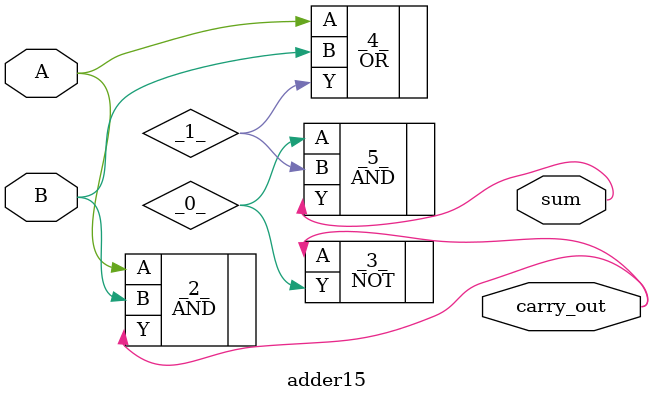
<source format=v>
/* Generated by Yosys 0.41+83 (git sha1 7045cf509, x86_64-w64-mingw32-g++ 13.2.1 -Os) */

/* cells_not_processed =  1  */
/* src = "adder15.v:2.1-17.10" */
module adder15(A, B, sum, carry_out);
  wire _0_;
  wire _1_;
  /* src = "adder15.v:4.13-4.14" */
  input A;
  wire A;
  /* src = "adder15.v:5.13-5.14" */
  input B;
  wire B;
  /* src = "adder15.v:7.13-7.22" */
  output carry_out;
  wire carry_out;
  /* src = "adder15.v:6.13-6.16" */
  output sum;
  wire sum;
  AND _2_ (
    .A(A),
    .B(B),
    .Y(carry_out)
  );
  NOT _3_ (
    .A(carry_out),
    .Y(_0_)
  );
  OR _4_ (
    .A(A),
    .B(B),
    .Y(_1_)
  );
  AND _5_ (
    .A(_0_),
    .B(_1_),
    .Y(sum)
  );
endmodule

</source>
